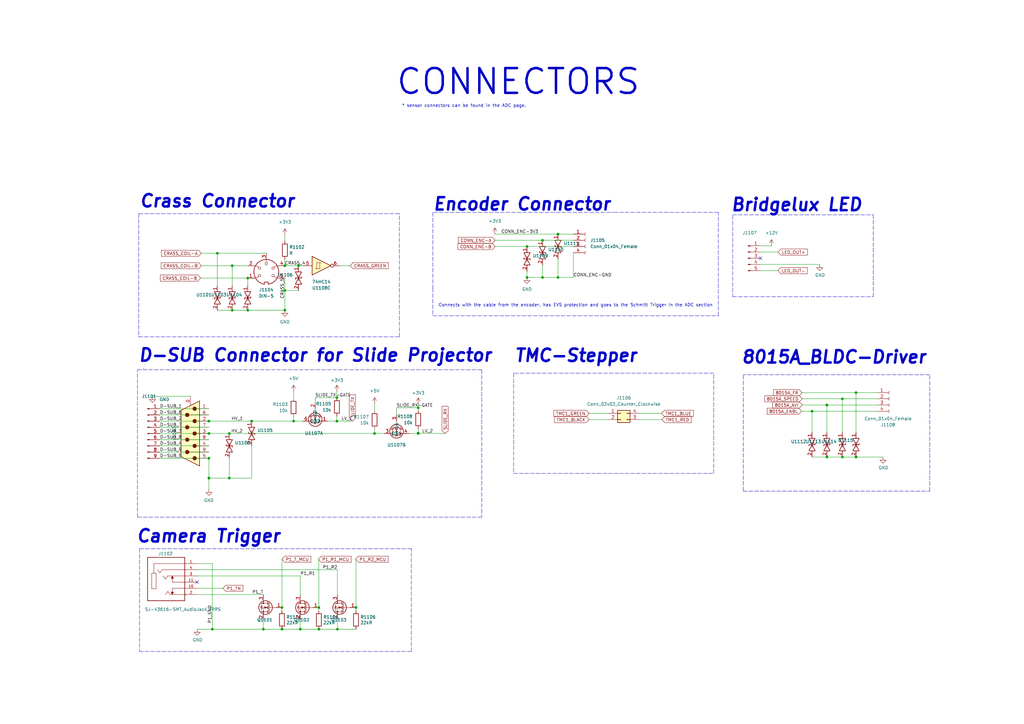
<source format=kicad_sch>
(kicad_sch (version 20211123) (generator eeschema)
  (paper "A3")
  (title_block (title "OpenCelluloid") (date "2023-02-16") (rev "v0.1"))
  (lib_symbols
    (symbol "74xx:74HC14" (pin_names (offset 1.016))
      (property "Reference" "U" (at 0 1.27 0))
      (property "Value" "74HC14" (at 0 -1.27 0))
      (symbol "74HC14_1_0"
        (pin input line (at -7.62 0 0) (length 3.81) (name "~") (number "1"))
        (pin output inverted (at 7.62 0 180) (length 3.81) (name "~") (number "2"))
      )
      (symbol "74HC14_2_0"
        (pin input line (at -7.62 0 0) (length 3.81) (name "~") (number "3"))
        (pin output inverted (at 7.62 0 180) (length 3.81) (name "~") (number "4"))
      )
      (symbol "74HC14_3_0"
        (pin input line (at -7.62 0 0) (length 3.81) (name "~") (number "5"))
        (pin output inverted (at 7.62 0 180) (length 3.81) (name "~") (number "6"))
      )
      (symbol "74HC14_4_0"
        (pin output inverted (at 7.62 0 180) (length 3.81) (name "~") (number "8"))
        (pin input line (at -7.62 0 0) (length 3.81) (name "~") (number "9"))
      )
      (symbol "74HC14_5_0"
        (pin output inverted (at 7.62 0 180) (length 3.81) (name "~") (number "10"))
        (pin input line (at -7.62 0 0) (length 3.81) (name "~") (number "11"))
      )
      (symbol "74HC14_6_0"
        (pin output inverted (at 7.62 0 180) (length 3.81) (name "~") (number "12"))
        (pin input line (at -7.62 0 0) (length 3.81) (name "~") (number "13"))
      )
      (symbol "74HC14_7_0"
        (pin power_in line (at 0 12.7 270) (length 5.08) (name "VCC") (number "14"))
        (pin power_in line (at 0 -12.7 90) (length 5.08) (name "GND") (number "7"))
      )
    )
    (symbol "BSS138DW_MOSFET_ARRAY_MULTIPLE_UNITS_1"
      (property "Reference" "U" (at 0 -1.27 0))
      (property "Value" "BSS138DW_MOSFET_ARRAY_MULTIPLE_UNITS_1" (at 0 13.335 0))
      (symbol "BSS138DW_MOSFET_ARRAY_MULTIPLE_UNITS_1_1_1"
        (pin passive line (at 0.635 -5.715 90) (length 2.54) (name "S2") (number "1"))
        (pin input line (at -6.985 -0.635 0) (length 2.54) (name "G2") (number "2"))
        (pin passive line (at 0.635 4.445 270) (length 2.54) (name "D2") (number "6"))
      )
      (symbol "BSS138DW_MOSFET_ARRAY_MULTIPLE_UNITS_1_2_1"
        (pin passive line (at 0.635 5.08 270) (length 2.54) (name "D1") (number "3"))
        (pin passive line (at 0.635 -5.08 90) (length 2.54) (name "S1") (number "4"))
        (pin input line (at -6.985 0 0) (length 2.54) (name "G1") (number "5"))
      )
    )
    (symbol "Connector:Conn_01x04_Female" (pin_names (offset 1.016) hide)
      (property "Reference" "J" (at 0 5.08 0))
      (property "Value" "Conn_01x04_Female" (at 0 -7.62 0))
      (symbol "Conn_01x04_Female_1_1"
        (pin passive line (at -5.08 2.54 0) (length 3.81) (name "Pin_1") (number "1"))
        (pin passive line (at -5.08 0 0) (length 3.81) (name "Pin_2") (number "2"))
        (pin passive line (at -5.08 -2.54 0) (length 3.81) (name "Pin_3") (number "3"))
        (pin passive line (at -5.08 -5.08 0) (length 3.81) (name "Pin_4") (number "4"))
      )
    )
    (symbol "Connector:Conn_01x05_Male" (pin_names (offset 1.016) hide)
      (property "Reference" "J" (at 0 7.62 0))
      (property "Value" "Conn_01x05_Male" (at 0 -7.62 0))
      (symbol "Conn_01x05_Male_1_1"
        (pin passive line (at 5.08 5.08 180) (length 3.81) (name "Pin_1") (number "1"))
        (pin passive line (at 5.08 2.54 180) (length 3.81) (name "Pin_2") (number "2"))
        (pin passive line (at 5.08 0 180) (length 3.81) (name "Pin_3") (number "3"))
        (pin passive line (at 5.08 -2.54 180) (length 3.81) (name "Pin_4") (number "4"))
        (pin passive line (at 5.08 -5.08 180) (length 3.81) (name "Pin_5") (number "5"))
      )
    )
    (symbol "Connector:Conn_01x09_Male" (pin_names (offset 1.016) hide)
      (property "Reference" "J" (at 0 12.7 0))
      (property "Value" "Conn_01x09_Male" (at 0 -12.7 0))
      (symbol "Conn_01x09_Male_1_1"
        (pin passive line (at 5.08 10.16 180) (length 3.81) (name "Pin_1") (number "1"))
        (pin passive line (at 5.08 7.62 180) (length 3.81) (name "Pin_2") (number "2"))
        (pin passive line (at 5.08 5.08 180) (length 3.81) (name "Pin_3") (number "3"))
        (pin passive line (at 5.08 2.54 180) (length 3.81) (name "Pin_4") (number "4"))
        (pin passive line (at 5.08 0 180) (length 3.81) (name "Pin_5") (number "5"))
        (pin passive line (at 5.08 -2.54 180) (length 3.81) (name "Pin_6") (number "6"))
        (pin passive line (at 5.08 -5.08 180) (length 3.81) (name "Pin_7") (number "7"))
        (pin passive line (at 5.08 -7.62 180) (length 3.81) (name "Pin_8") (number "8"))
        (pin passive line (at 5.08 -10.16 180) (length 3.81) (name "Pin_9") (number "9"))
      )
    )
    (symbol "Connector:DB9_Male_MountingHoles" (pin_names (offset 1.016) hide)
      (property "Reference" "J" (at 0 16.51 0))
      (property "Value" "DB9_Male_MountingHoles" (at 0 14.605 0))
      (symbol "DB9_Male_MountingHoles_1_1"
        (pin passive line (at 0 -15.24 90) (length 3.81) (name "PAD") (number "0"))
        (pin passive line (at -7.62 -10.16 0) (length 3.81) (name "1") (number "1"))
        (pin passive line (at -7.62 -5.08 0) (length 3.81) (name "2") (number "2"))
        (pin passive line (at -7.62 0 0) (length 3.81) (name "3") (number "3"))
        (pin passive line (at -7.62 5.08 0) (length 3.81) (name "4") (number "4"))
        (pin passive line (at -7.62 10.16 0) (length 3.81) (name "5") (number "5"))
        (pin passive line (at -7.62 -7.62 0) (length 3.81) (name "6") (number "6"))
        (pin passive line (at -7.62 -2.54 0) (length 3.81) (name "7") (number "7"))
        (pin passive line (at -7.62 2.54 0) (length 3.81) (name "8") (number "8"))
        (pin passive line (at -7.62 7.62 0) (length 3.81) (name "9") (number "9"))
      )
    )
    (symbol "Connector:DIN-5" (pin_names (offset 1.016))
      (property "Reference" "J" (at 3.175 5.715 0))
      (property "Value" "DIN-5" (at 0 -6.35 0))
      (symbol "DIN-5_1_1"
        (pin passive line (at -7.62 -2.54 0) (length 2.54) (name "~") (number "1"))
        (pin passive line (at -7.62 2.54 0) (length 2.54) (name "~") (number "2"))
        (pin passive line (at 0 7.62 270) (length 2.54) (name "~") (number "3"))
        (pin passive line (at 7.62 2.54 180) (length 2.54) (name "~") (number "4"))
        (pin passive line (at 7.62 -2.54 180) (length 2.54) (name "~") (number "5"))
      )
    )
    (symbol "Connector_Generic:Conn_02x02_Counter_Clockwise" (pin_names (offset 1.016) hide)
      (property "Reference" "J" (at 1.27 2.54 0))
      (property "Value" "Conn_02x02_Counter_Clockwise" (at 1.27 -5.08 0))
      (symbol "Conn_02x02_Counter_Clockwise_1_1"
        (pin passive line (at -5.08 0 0) (length 3.81) (name "Pin_1") (number "1"))
        (pin passive line (at -5.08 -2.54 0) (length 3.81) (name "Pin_2") (number "2"))
        (pin passive line (at 7.62 -2.54 180) (length 3.81) (name "Pin_3") (number "3"))
        (pin passive line (at 7.62 0 180) (length 3.81) (name "Pin_4") (number "4"))
      )
    )
    (symbol "Device:Q_NMOS_GSD" (pin_names (offset 0) hide)
      (property "Reference" "Q" (at 5.08 1.27 0))
      (property "Value" "Q_NMOS_GSD" (at 5.08 -1.27 0))
      (symbol "Q_NMOS_GSD_1_1"
        (pin input line (at -5.08 0 0) (length 2.54) (name "G") (number "1"))
        (pin passive line (at 2.54 -5.08 90) (length 2.54) (name "S") (number "2"))
        (pin passive line (at 2.54 5.08 270) (length 2.54) (name "D") (number "3"))
      )
    )
    (symbol "Device:R" (pin_numbers hide) (pin_names (offset 0))
      (property "Reference" "R" (at 2.032 0 90))
      (property "Value" "R" (at 0 0 90))
      (symbol "R_1_1"
        (pin passive line (at 0 3.81 270) (length 1.27) (name "~") (number "1"))
        (pin passive line (at 0 -3.81 90) (length 1.27) (name "~") (number "2"))
      )
    )
    (symbol "power:+12V" (power) (pin_names (offset 0))
      (property "Value" "+12V" (at 0 3.556 0))
      (symbol "+12V_1_1"
        (pin power_in line (at 0 0 90) (length 0) hide (name "+12V") (number "1"))
      )
    )
    (symbol "power:+3V3" (power) (pin_names (offset 0))
      (property "Value" "+3V3" (at 0 3.556 0))
      (symbol "+3V3_1_1"
        (pin power_in line (at 0 0 90) (length 0) hide (name "+3V3") (number "1"))
      )
    )
    (symbol "power:+5V" (power) (pin_names (offset 0))
      (property "Value" "+5V" (at 0 3.556 0))
      (symbol "+5V_1_1"
        (pin power_in line (at 0 0 90) (length 0) hide (name "+5V") (number "1"))
      )
    )
    (symbol "power:GND" (power) (pin_names (offset 0))
      (property "Value" "GND" (at 0 -3.81 0))
      (symbol "GND_1_1"
        (pin power_in line (at 0 0 270) (length 0) hide (name "GND") (number "1"))
      )
    )
    (symbol "privateParts:BSS138DW_MOSFET_ARRAY_MULTIPLE_UNITS"
      (property "Reference" "U" (at 0 -0.635 0))
      (property "Value" "BSS138DW_MOSFET_ARRAY_MULTIPLE_UNITS" (at 0 13.335 0))
      (symbol "BSS138DW_MOSFET_ARRAY_MULTIPLE_UNITS_1_1"
        (pin passive line (at 0.635 -5.715 90) (length 2.54) (name "S2") (number "1"))
        (pin input line (at -6.985 -0.635 0) (length 2.54) (name "G2") (number "2"))
        (pin passive line (at 0.635 4.445 270) (length 2.54) (name "D2") (number "6"))
      )
      (symbol "BSS138DW_MOSFET_ARRAY_MULTIPLE_UNITS_2_1"
        (pin passive line (at 0.635 5.08 270) (length 2.54) (name "D1") (number "3"))
        (pin passive line (at 0.635 -5.08 90) (length 2.54) (name "S1") (number "4"))
        (pin input line (at -6.985 0 0) (length 2.54) (name "G1") (number "5"))
      )
    )
    (symbol "privateParts:PESD3V3L1BA-Bidirectional_Diode"
      (property "Reference" "U" (at 0 -5.08 0))
      (property "Value" "PESD3V3L1BA-Bidirectional_Diode" (at 0 -7.62 0))
      (symbol "PESD3V3L1BA-Bidirectional_Diode_1_1"
        (pin passive line (at -5.08 0 0) (length 2.54) (name "") (number "1"))
        (pin passive line (at 5.08 0 180) (length 2.54) (name "") (number "2"))
      )
    )
    (symbol "privateParts:SJ-43616-SMT_AudioJack_TRRS" (pin_names (offset 1.016))
      (property "Reference" "J" (at -7.6273 10.6783 0))
      (property "Value" "SJ-43616-SMT_AudioJack_TRRS" (at -7.6238 -9.6568 0))
      (symbol "SJ-43616-SMT_AudioJack_TRRS_0_0"
        (pin passive line (at 12.7 7.62 180) (length 5.08) (name "~") (number "1"))
        (pin passive line (at 12.7 -2.54 180) (length 5.08) (name "~") (number "10"))
        (pin passive line (at 12.7 0 180) (length 5.08) (name "~") (number "11"))
        (pin passive line (at 12.7 -5.08 180) (length 5.08) (name "~") (number "2"))
        (pin passive line (at 12.7 2.54 180) (length 5.08) (name "~") (number "3"))
        (pin passive line (at 12.7 5.08 180) (length 5.08) (name "~") (number "4"))
      )
    )
  )
  (junction (at 116.84 119.126))
  (junction (at 216.154 101.092))
  (junction (at 120.396 172.7156))
  (junction (at 101.6 127.254))
  (junction (at 115.6494 258.064))
  (junction (at 87.122 258.064))
  (junction (at 345.5033 187.452))
  (junction (at 171.53 177.6686))
  (junction (at 130.7763 249.174))
  (junction (at 351.0913 161.036))
  (junction (at 116.84 127.2087))
  (junction (at 116.84 108.966))
  (junction (at 333.0573 168.656))
  (junction (at 95.25 127.254))
  (junction (at 85.6792 177.7956))
  (junction (at 138.3963 258.064))
  (junction (at 89.154 103.886))
  (junction (at 108.0294 258.064))
  (junction (at 339.1533 187.452))
  (junction (at 171.5312 177.6686))
  (junction (at 216.154 113.792))
  (junction (at 85.6792 172.7156))
  (junction (at 339.1533 166.116))
  (junction (at 228.854 113.792))
  (junction (at 85.6792 187.9556))
  (junction (at 94.0612 196.0837))
  (junction (at 171.53 177.7956))
  (junction (at 130.7763 258.064))
  (junction (at 138.176 172.7156))
  (junction (at 222.504 98.552))
  (junction (at 228.854 96.012))
  (junction (at 94.0612 177.7956))
  (junction (at 153.6293 177.7956))
  (junction (at 222.504 113.792))
  (junction (at 115.6494 249.174))
  (junction (at 103.2052 172.7156))
  (junction (at 351.0913 187.452))
  (junction (at 122.428 108.966))
  (junction (at 345.5033 163.576))
  (junction (at 171.5312 167.2597))
  (junction (at 146.0163 249.174))
  (junction (at 85.6792 196.0837))
  (junction (at 101.6 114.046))
  (junction (at 95.25 108.966))
  (junction (at 123.1563 258.064))
  (junction (at 138.176 163.0828))
  (no_connect (at 80.8514 238.76))
  (no_connect (at 311.912 105.918))
  (wire (pts (xy 339.1533 187.452) (xy 345.5033 187.452)))
  (wire (pts (xy 65.5668 172.7156) (xy 85.6792 172.7156)))
  (wire (pts (xy 116.84 96.3687) (xy 116.84 98.806)))
  (wire (pts (xy 262.2092 172.0806) (xy 271.521 172.0806)))
  (wire (pts (xy 120.396 170.9376) (xy 120.396 172.7156)))
  (wire (pts (xy 241.6352 172.0806) (xy 249.5092 172.0806)))
  (wire (pts (xy 262.2092 169.5406) (xy 271.3532 169.5406)))
  (wire (pts (xy 123.1563 258.064) (xy 130.7763 258.064)))
  (wire (pts (xy 146.0163 229.362) (xy 146.0163 249.174)))
  (wire (pts (xy 80.8514 243.84) (xy 108.0294 243.84)))
  (polyline (pts (xy 381.3173 201.422) (xy 381.3173 153.67)))
  (wire (pts (xy 130.7763 258.064) (xy 138.3963 258.064)))
  (polyline (pts (xy 294.64 129.54) (xy 294.64 87.122)))
  (wire (pts (xy 80.8514 236.22) (xy 123.1563 236.22)))
  (wire (pts (xy 122.428 108.966) (xy 124.206 108.966)))
  (polyline (pts (xy 292.6892 153.0306) (xy 210.6472 153.0306)))
  (polyline (pts (xy 57.2294 267.208) (xy 168.7354 267.208)))
  (wire (pts (xy 171.5312 165.7306) (xy 171.5312 167.2597)))
  (wire (pts (xy 80.8514 233.68) (xy 138.3963 233.68)))
  (wire (pts (xy 216.154 113.792) (xy 222.504 113.792)))
  (wire (pts (xy 339.1533 166.116) (xy 339.1533 177.292)))
  (wire (pts (xy 65.5668 170.1756) (xy 85.6792 170.1756)))
  (wire (pts (xy 94.0612 187.9556) (xy 94.0612 196.0837)))
  (wire (pts (xy 345.5033 187.452) (xy 351.0913 187.452)))
  (wire (pts (xy 216.154 101.092) (xy 235.204 101.092)))
  (wire (pts (xy 162.6412 170.1756) (xy 162.6412 167.2597)))
  (wire (pts (xy 235.204 113.792) (xy 235.204 103.632)))
  (wire (pts (xy 115.6494 250.444) (xy 115.6494 249.174)))
  (wire (pts (xy 94.0612 196.0837) (xy 103.2052 196.0837)))
  (wire (pts (xy 345.5033 163.576) (xy 328.9933 163.576)))
  (wire (pts (xy 89.154 127.254) (xy 95.25 127.254)))
  (wire (pts (xy 216.154 111.252) (xy 216.154 113.792)))
  (polyline (pts (xy 163.83 87.63) (xy 56.896 87.63)))
  (wire (pts (xy 80.8514 241.3) (xy 91.4563 241.3)))
  (wire (pts (xy 171.5312 175.8906) (xy 171.5312 177.6686)))
  (polyline (pts (xy 168.7354 267.208) (xy 168.7354 225.044)))
  (polyline (pts (xy 59.0092 151.2526) (xy 59.0092 150.9986)))
  (polyline (pts (xy 177.546 118.11) (xy 177.546 129.54)))
  (wire (pts (xy 222.504 113.792) (xy 228.854 113.792)))
  (wire (pts (xy 95.25 108.966) (xy 101.6 108.966)))
  (polyline (pts (xy 358.14 121.666) (xy 358.14 88.138)))
  (wire (pts (xy 82.6053 108.966) (xy 95.25 108.966)))
  (polyline (pts (xy 56.896 138.176) (xy 163.83 138.176)))
  (wire (pts (xy 138.176 172.7156) (xy 138.176 170.7028)))
  (wire (pts (xy 138.3963 254.254) (xy 138.3963 258.064)))
  (polyline (pts (xy 210.6472 153.0306) (xy 210.6472 194.1786)))
  (wire (pts (xy 116.84 106.426) (xy 116.84 108.966)))
  (wire (pts (xy 333.0573 168.656) (xy 328.7393 168.656)))
  (wire (pts (xy 333.0573 177.292) (xy 333.0573 168.656)))
  (wire (pts (xy 80.8514 231.14) (xy 87.122 231.14)))
  (wire (pts (xy 85.6792 196.0837) (xy 85.6792 200.692)))
  (wire (pts (xy 85.6792 187.9556) (xy 85.6792 196.0837)))
  (wire (pts (xy 65.5668 177.7956) (xy 85.6792 177.7956)))
  (polyline (pts (xy 56.388 212.09) (xy 56.388 151.638)))
  (wire (pts (xy 116.84 114.046) (xy 116.84 119.126)))
  (wire (pts (xy 228.854 96.012) (xy 235.204 96.012)))
  (wire (pts (xy 222.504 98.552) (xy 235.204 98.552)))
  (wire (pts (xy 65.5668 180.3356) (xy 85.6792 180.3356)))
  (wire (pts (xy 153.6293 177.7956) (xy 157.5612 177.7956)))
  (wire (pts (xy 108.0294 243.84) (xy 108.0294 244.094)))
  (wire (pts (xy 162.6412 167.2597) (xy 171.5312 167.2597)))
  (wire (pts (xy 222.504 108.712) (xy 222.504 113.792)))
  (polyline (pts (xy 56.896 87.63) (xy 56.896 138.176)))
  (wire (pts (xy 115.6494 229.362) (xy 115.6494 249.174)))
  (wire (pts (xy 153.6293 165.608) (xy 153.6293 168.3976)))
  (wire (pts (xy 65.5668 187.9556) (xy 85.6792 187.9556)))
  (wire (pts (xy 62.5652 162.5556) (xy 78.0592 162.5556)))
  (wire (pts (xy 108.0294 254.254) (xy 108.0294 258.064)))
  (wire (pts (xy 202.9623 96.012) (xy 228.854 96.012)))
  (polyline (pts (xy 177.8 87.122) (xy 251.46 87.122)))
  (polyline (pts (xy 197.612 212.09) (xy 56.388 212.09)))
  (wire (pts (xy 108.0294 258.064) (xy 115.6494 258.064)))
  (wire (pts (xy 95.25 108.966) (xy 95.25 117.094)))
  (wire (pts (xy 139.446 108.966) (xy 143.6869 108.966)))
  (polyline (pts (xy 381.3173 153.67) (xy 304.8633 153.67)))
  (wire (pts (xy 311.912 103.378) (xy 319.1464 103.378)))
  (wire (pts (xy 123.1563 254.254) (xy 123.1563 258.064)))
  (wire (pts (xy 130.7763 229.362) (xy 130.6354 229.362)))
  (wire (pts (xy 101.6 114.046) (xy 82.2879 114.046)))
  (wire (pts (xy 311.912 100.838) (xy 316.4081 100.838)))
  (wire (pts (xy 339.1533 166.116) (xy 328.9933 166.116)))
  (wire (pts (xy 203.0552 98.552) (xy 222.504 98.552)))
  (wire (pts (xy 333.0573 168.656) (xy 359.7808 168.656)))
  (wire (pts (xy 171.5312 167.2597) (xy 171.5312 168.2706)))
  (polyline (pts (xy 163.83 138.176) (xy 163.83 87.63)))
  (wire (pts (xy 203.0552 101.092) (xy 216.154 101.092)))
  (wire (pts (xy 116.84 119.126) (xy 122.428 119.126)))
  (wire (pts (xy 167.7212 177.7956) (xy 171.53 177.7956)))
  (wire (pts (xy 65.5668 175.2556) (xy 85.6792 175.2556)))
  (wire (pts (xy 351.0913 187.452) (xy 362.1713 187.452)))
  (wire (pts (xy 124.206 172.7156) (xy 120.396 172.7156)))
  (wire (pts (xy 95.25 127.254) (xy 101.6 127.254)))
  (wire (pts (xy 351.0913 161.036) (xy 359.7808 161.036)))
  (wire (pts (xy 138.176 160.5236) (xy 138.176 163.0828)))
  (wire (pts (xy 103.2052 172.7156) (xy 120.396 172.7156)))
  (wire (pts (xy 85.6792 177.7956) (xy 94.0612 177.7956)))
  (wire (pts (xy 130.7763 229.362) (xy 130.7763 249.174)))
  (wire (pts (xy 345.5033 177.292) (xy 345.5033 163.576)))
  (wire (pts (xy 130.7763 249.174) (xy 130.7763 250.444)))
  (wire (pts (xy 351.0913 177.292) (xy 351.0913 161.036)))
  (polyline (pts (xy 300.482 121.666) (xy 358.14 121.666)))
  (wire (pts (xy 134.366 172.7156) (xy 138.176 172.7156)))
  (wire (pts (xy 138.3963 233.68) (xy 138.3963 244.094)))
  (polyline (pts (xy 177.546 129.54) (xy 294.64 129.54)))
  (wire (pts (xy 153.6293 176.0176) (xy 153.6293 177.7956)))
  (wire (pts (xy 115.6494 258.064) (xy 123.1563 258.064)))
  (polyline (pts (xy 300.482 88.392) (xy 300.482 121.666)))
  (wire (pts (xy 89.154 103.886) (xy 109.22 103.886)))
  (wire (pts (xy 171.5312 177.6686) (xy 171.53 177.6686)))
  (wire (pts (xy 311.912 108.458) (xy 336.2114 108.458)))
  (polyline (pts (xy 197.612 151.638) (xy 197.612 212.09)))
  (wire (pts (xy 65.5668 182.8756) (xy 85.6792 182.8756)))
  (wire (pts (xy 116.84 108.966) (xy 122.428 108.966)))
  (wire (pts (xy 146.0163 249.174) (xy 146.0163 250.444)))
  (wire (pts (xy 228.854 113.792) (xy 228.854 106.172)))
  (wire (pts (xy 146.0163 229.362) (xy 145.8754 229.362)))
  (wire (pts (xy 144.526 172.7156) (xy 138.176 172.7156)))
  (wire (pts (xy 85.6792 172.7156) (xy 103.2052 172.7156)))
  (wire (pts (xy 129.286 163.0828) (xy 138.176 163.0828)))
  (wire (pts (xy 65.5668 167.6356) (xy 85.6792 167.6356)))
  (polyline (pts (xy 304.8633 153.924) (xy 304.8633 201.422)))
  (polyline (pts (xy 304.8633 201.422) (xy 381.3173 201.422)))
  (wire (pts (xy 65.5668 185.4156) (xy 85.6792 185.4156)))
  (wire (pts (xy 89.154 103.886) (xy 82.56 103.886)))
  (wire (pts (xy 351.0913 161.036) (xy 328.93 161.036)))
  (wire (pts (xy 123.1563 236.22) (xy 123.1563 244.094)))
  (wire (pts (xy 116.84 127.254) (xy 116.84 127.2087)))
  (wire (pts (xy 138.3963 258.064) (xy 146.0163 258.064)))
  (wire (pts (xy 339.1533 166.116) (xy 359.7808 166.116)))
  (polyline (pts (xy 57.2294 225.044) (xy 57.2294 267.208)))
  (wire (pts (xy 80.8641 258.064) (xy 87.122 258.064)))
  (polyline (pts (xy 294.64 87.122) (xy 250.952 87.122)))
  (wire (pts (xy 171.53 177.7956) (xy 182.5553 177.7956)))
  (polyline (pts (xy 56.388 151.638) (xy 197.612 151.638)))
  (wire (pts (xy 94.0612 177.7956) (xy 153.6293 177.7956)))
  (wire (pts (xy 129.286 165.0956) (xy 129.286 163.0828)))
  (polyline (pts (xy 300.482 88.138) (xy 358.14 88.138)))
  (wire (pts (xy 87.122 231.14) (xy 87.122 258.064)))
  (wire (pts (xy 101.6 127.254) (xy 116.84 127.254)))
  (wire (pts (xy 345.5033 163.576) (xy 359.7808 163.576)))
  (wire (pts (xy 89.154 103.886) (xy 89.154 117.094)))
  (wire (pts (xy 311.912 110.998) (xy 319.0805 110.998)))
  (polyline (pts (xy 292.6892 194.1786) (xy 292.6892 153.0306)))
  (wire (pts (xy 228.854 113.792) (xy 235.204 113.792)))
  (wire (pts (xy 333.0573 187.452) (xy 339.1533 187.452)))
  (wire (pts (xy 101.6 114.046) (xy 101.6 117.094)))
  (wire (pts (xy 241.6352 169.5406) (xy 249.5092 169.5406)))
  (wire (pts (xy 85.6792 196.0837) (xy 94.0612 196.0837)))
  (polyline (pts (xy 168.7354 225.044) (xy 57.2294 225.044)))
  (wire (pts (xy 120.396 160.528) (xy 120.396 163.3176)))
  (wire (pts (xy 116.84 119.126) (xy 116.84 127.2087)))
  (wire (pts (xy 103.2052 182.8756) (xy 103.2052 196.0837)))
  (polyline (pts (xy 177.546 87.122) (xy 177.546 118.11)))
  (wire (pts (xy 87.122 258.064) (xy 108.0294 258.064)))
  (wire (pts (xy 171.53 177.6686) (xy 171.53 177.7956)))
  (polyline (pts (xy 210.6472 194.1786) (xy 292.6892 194.1786)))
  (text "Encoder Connector" (at 177.292 86.868 0) (effects (font (size 5.08 5.08) (thickness 1.016) bold italic) (justify left bottom)))
  (text "Bridgelux LED" (at 299.466 87.122 0) (effects (font (size 5.08 5.08) (thickness 1.016) bold italic) (justify left bottom)))
  (text "Crass Connector" (at 56.896 85.598 0) (effects (font (size 5.08 5.08) (thickness 1.016) bold italic) (justify left bottom)))
  (text "D-SUB Connector for Slide Projector\n" (at 56.4692 148.8396 0) (effects (font (size 5.08 5.08) (thickness 1.016) bold italic) (justify left bottom)))
  (text "* sensor connectors can be found in the ADC page." (at 164.846 44.196 0) (effects (font (size 1.27 1.27)) (justify left bottom)))
  (text "Connects with the cable from the encoder, has EVS protection and goes to the Schmitt Trigger in the ADC section" (at 179.832 125.984 0) (effects (font (size 1.27 1.27)) (justify left bottom)))
  (text "8015A_BLDC-Driver\n" (at 303.784 149.606 0) (effects (font (size 5.08 5.08) (thickness 1.016) bold italic) (justify left bottom)))
  (text "CONNECTORS\n" (at 162.052 39.624 0) (effects (font (size 10.16 10.16) (thickness 1.016) bold) (justify left bottom)))
  (text "TMC-Stepper" (at 210.6472 148.9666 0) (effects (font (size 5.08 5.08) (thickness 1.016) bold italic) (justify left bottom)))
  (text "Camera Trigger" (at 55.626 223.012 0) (effects (font (size 5.08 5.08) (thickness 1.016) bold italic) (justify left bottom)))
  (label "D-SUB_7" (at 65.5668 175.2556 0))
  (label "CRASS_4" (at 116.84 108.966 0))
  (label "D-SUB_5" (at 65.5668 187.9556 0))
  (label "D-SUB_9" (at 65.5668 185.4156 0))
  (label "D-SUB_8" (at 65.5668 180.3356 0))
  (label "SLIDE_TX-GATE" (at 129.286 163.0828 0))
  (label "LV_2" (at 173.0872 177.7956 0))
  (label "CONN_ENC-GND" (at 235.204 113.792 0))
  (label "D-SUB_1" (at 65.5668 167.6356 0))
  (label "P1_T" (at 108.0294 243.84 180))
  (label "P1_R1" (at 123.1563 236.22 0))
  (label "HV_1" (at 99.7032 172.7156 180))
  (label "P1_GND" (at 87.122 255.6479 90))
  (label "D-SUB_3" (at 65.5668 177.7956 0))
  (label "CONN_ENC-3V3" (at 205.5543 96.012 0))
  (label "HV_2" (at 99.5746 177.7956 180))
  (label "LV_1" (at 144.526 172.7156 180))
  (label "SLIDE_RX-GATE" (at 162.6412 167.2597 0))
  (label "D-SUB_2" (at 65.5668 172.7156 0))
  (label "CRASS_5" (at 116.84 114.046 270))
  (label "D-SUB_4" (at 65.5668 182.8756 0))
  (label "P1_R2" (at 138.3963 233.68 180))
  (label "D-SUB_6" (at 65.5668 170.1756 0))
  (global_label "8015A_SPEED" (shape input) (at 328.9933 163.576 180) (property "Intersheet References" "${INTERSHEET_REFS}" (effects hide)))
  (global_label "P1_R2_MCU" (shape input) (at 145.8754 229.362 0) (property "Intersheet References" "${INTERSHEET_REFS}" (effects hide)))
  (global_label "CRASS_COIL-B" (shape input) (at 82.6053 108.966 180) (property "Intersheet References" "${INTERSHEET_REFS}" (effects hide)))
  (global_label "LED_OUT-" (shape input) (at 319.0805 110.998 0) (property "Intersheet References" "${INTERSHEET_REFS}" (effects hide)))
  (global_label "P1_R1_MCU" (shape input) (at 130.6354 229.362 0) (property "Intersheet References" "${INTERSHEET_REFS}" (effects hide)))
  (global_label "CONN_ENC-A" (shape input) (at 203.0552 98.552 180) (property "Intersheet References" "${INTERSHEET_REFS}" (effects hide)))
  (global_label "TMC1_RED" (shape input) (at 271.521 172.0806 0) (property "Intersheet References" "${INTERSHEET_REFS}" (effects hide)))
  (global_label "TMC1_BLACK" (shape input) (at 241.6352 172.0806 180) (property "Intersheet References" "${INTERSHEET_REFS}" (effects hide)))
  (global_label "CRASS_COIL-A" (shape input) (at 82.56 103.886 180) (property "Intersheet References" "${INTERSHEET_REFS}" (effects hide)))
  (global_label "SLIDE_TX" (shape input) (at 144.526 172.7156 90) (property "Intersheet References" "${INTERSHEET_REFS}" (effects hide)))
  (global_label "SLIDE_RX" (shape input) (at 182.5553 177.7956 90) (property "Intersheet References" "${INTERSHEET_REFS}" (effects hide)))
  (global_label "TMC1_BLUE" (shape input) (at 271.3532 169.5406 0) (property "Intersheet References" "${INTERSHEET_REFS}" (effects hide)))
  (global_label "P1_TN" (shape input) (at 91.4563 241.3 0) (property "Intersheet References" "${INTERSHEET_REFS}" (effects hide)))
  (global_label "CONN_ENC-B" (shape input) (at 203.0552 101.092 180) (property "Intersheet References" "${INTERSHEET_REFS}" (effects hide)))
  (global_label "8015A_AVI" (shape input) (at 328.9933 166.116 180) (property "Intersheet References" "${INTERSHEET_REFS}" (effects hide)))
  (global_label "LED_OUT+" (shape input) (at 319.1464 103.378 0) (property "Intersheet References" "${INTERSHEET_REFS}" (effects hide)))
  (global_label "P1_T_MCU" (shape input) (at 115.6494 229.362 0) (property "Intersheet References" "${INTERSHEET_REFS}" (effects hide)))
  (global_label "CRASS_GREEN" (shape input) (at 143.6869 108.966 0) (property "Intersheet References" "${INTERSHEET_REFS}" (effects hide)))
  (global_label "TMC1_GREEN" (shape input) (at 241.6352 169.5406 180) (property "Intersheet References" "${INTERSHEET_REFS}" (effects hide)))
  (global_label "8015A_ENBL" (shape input) (at 328.7393 168.656 180) (property "Intersheet References" "${INTERSHEET_REFS}" (effects hide)))
  (global_label "8015A_FR" (shape input) (at 328.93 161.036 180) (property "Intersheet References" "${INTERSHEET_REFS}" (effects hide)))
  (global_label "CRASS_COIL-B" (shape input) (at 82.2879 114.046 180) (property "Intersheet References" "${INTERSHEET_REFS}" (effects hide)))
  (symbol (lib_id "Device:Q_NMOS_GSD") (at 140.9363 249.174 0) (mirror y) (unit 1)
    (property "Reference" "Q1103" (at 142.2063 254.254 0) (effects (justify left)))
    (property "Value" "Q_NMOS" (effects hide))
    (property "Footprint" "Package_TO_SOT_SMD:SOT-23" (effects hide))
    (property "Datasheet" "https://www.onsemi.com/pdf/datasheet/2n7002l-d.pdf" (effects hide))
    (property "Manufacturer_PN" "2N7002LT1G" (effects hide))
    (property "Digi-Key_PN" "2N7002LT1GOSCT-ND" (effects hide))
  )
  (symbol (lib_id "privateParts:PESD3V3L1BA-Bidirectional_Diode") (at 228.854 101.092 270) (unit 1)
    (property "Reference" "U1111" (at 231.1654 99.8219 90) (effects (justify left)))
    (property "Value" "PESD3V3L1BA-Bidirectional_Diode" (effects hide))
    (property "Footprint" "Diode_SMD:D_SOD-323" (effects hide))
    (property "Datasheet" "https://assets.nexperia.com/documents/data-sheet/PESDXL1BA_SER.pdf" (effects hide))
    (property "Manufacturer_PN" "PESD3V3L1BA,115" (effects hide))
    (property "Digi-Key_PN" "1727-3825-1-ND" (effects hide))
  )
  (symbol (lib_id "privateParts:BSS138DW_MOSFET_ARRAY_MULTIPLE_UNITS") (at 162.6412 177.1606 90) (mirror x) (unit 2)
    (property "Reference" "U1107" (at 162.6412 182.4946 90))
    (property "Value" "BSS138DW_MOSFET_ARRAY_MULTIPLE_UNITS" (effects hide))
    (property "Footprint" "Package_TO_SOT_SMD:SOT-363_SC-70-6_Handsoldering" (effects hide))
    (property "Datasheet" "https://www.diodes.com/assets/Datasheets/ds30203.pdf" (effects hide))
    (property "Digi-Key_PN" "BSS138DW-FDICT-ND" (effects hide))
    (property "Manufacturer_PN" "BSS138DW-7-F" (effects hide))
  )
  (symbol (lib_id "power:+12V") (at 316.4081 100.838 0) (unit 1)
    (property "Reference" "#PWR01112" (effects hide))
    (property "Value" "+12V" (at 316.4081 95.504 0))
  )
  (symbol (lib_id "Device:R") (at 138.176 166.8928 0) (mirror y) (unit 1)
    (property "Reference" "R1105" (at 135.89 165.6227 0) (effects (justify left)))
    (property "Value" "10k" (at 135.89 168.1627 0) (effects (justify left)))
    (property "Footprint" "Resistor_SMD:R_1206_3216Metric_Pad1.30x1.75mm_HandSolder" (effects hide))
    (property "Digi-Key_PN" "TNP10.0KACCT-ND" (effects hide))
    (property "Manufacturer_PN" "TNPW120610K0BEEA" (effects hide))
  )
  (symbol (lib_id "Connector:Conn_01x04_Female") (at 240.284 98.552 0) (unit 1)
    (property "Reference" "J1105" (at 242.062 98.5519 0) (effects (justify left)))
    (property "Value" "Conn_01x04_Female" (at 242.062 101.0919 0) (effects (justify left)))
    (property "Footprint" "Connector_JST:JST_XH_B4B-XH-A_1x04_P2.50mm_Vertical" (effects hide))
  )
  (symbol (lib_id "privateParts:PESD3V3L1BA-Bidirectional_Diode") (at 345.5033 182.372 90) (mirror x) (unit 1)
    (property "Reference" "U1114" (at 343.1919 181.1019 90) (effects (justify left)))
    (property "Value" "PESD3V3L1BA-Bidirectional_Diode" (effects hide))
    (property "Footprint" "Diode_SMD:D_SOD-323" (effects hide))
    (property "Datasheet" "https://assets.nexperia.com/documents/data-sheet/PESDXL1BA_SER.pdf" (effects hide))
    (property "Manufacturer_PN" "PESD3V3L1BA,115" (effects hide))
    (property "Digi-Key_PN" "1727-3825-1-ND" (effects hide))
  )
  (symbol (lib_id "Device:Q_NMOS_GSD") (at 125.6963 249.174 0) (mirror y) (unit 1)
    (property "Reference" "Q1102" (at 126.9663 254.254 0) (effects (justify left)))
    (property "Value" "Q_NMOS" (effects hide))
    (property "Footprint" "Package_TO_SOT_SMD:SOT-23" (effects hide))
    (property "Datasheet" "https://www.onsemi.com/pdf/datasheet/2n7002l-d.pdf" (effects hide))
    (property "Manufacturer_PN" "2N7002LT1G" (effects hide))
    (property "Digi-Key_PN" "2N7002LT1GOSCT-ND" (effects hide))
  )
  (symbol (lib_id "privateParts:PESD3V3L1BA-Bidirectional_Diode") (at 103.2052 177.7956 270) (unit 1)
    (property "Reference" "U1105" (at 105.5166 176.5255 90) (effects (justify left)))
    (property "Value" "PESD3V3L1BA-Bidirectional_Diode" (effects hide))
    (property "Footprint" "Diode_SMD:D_SOD-323" (effects hide))
    (property "Datasheet" "https://assets.nexperia.com/documents/data-sheet/PESDXL1BA_SER.pdf" (effects hide))
    (property "Manufacturer_PN" "PESD3V3L1BA,115" (effects hide))
    (property "Digi-Key_PN" "1727-3825-1-ND" (effects hide))
  )
  (symbol (lib_id "power:+3V3") (at 116.84 96.3687 0) (unit 1)
    (property "Reference" "#PWR01104" (effects hide))
    (property "Value" "+3V3" (at 116.84 91.0347 0))
  )
  (symbol (lib_id "Connector:DIN-5") (at 109.22 111.506 0) (unit 1)
    (property "Reference" "J1104" (at 109.2201 118.872 0))
    (property "Value" "DIN-5" (at 109.2201 121.412 0))
    (property "Footprint" "PrivateParts:57PC5FS-DIN-5_Connector" (effects hide))
    (property "Datasheet" "http://www.mouser.com/ds/2/18/40_c091_abd_e-75918.pdf" (effects hide))
    (property "Digi-Key_PN" "SC1822-ND" (effects hide))
    (property "Manufacturer_PN" "57PC5FS" (effects hide))
  )
  (symbol (lib_id "power:GND") (at 62.5652 162.5556 0) (unit 1)
    (property "Reference" "#PWR01101" (effects hide))
    (property "Value" "GND" (at 65.3592 163.8255 0) (effects (justify left)))
  )
  (symbol (lib_id "Device:R") (at 120.396 167.1276 0) (mirror y) (unit 1)
    (property "Reference" "R1103" (at 118.11 165.8575 0) (effects (justify left)))
    (property "Value" "10k" (at 118.11 168.3975 0) (effects (justify left)))
    (property "Footprint" "Resistor_SMD:R_1206_3216Metric_Pad1.30x1.75mm_HandSolder" (effects hide))
    (property "Digi-Key_PN" "TNP10.0KACCT-ND" (effects hide))
    (property "Manufacturer_PN" "TNPW120610K0BEEA" (effects hide))
  )
  (symbol (lib_id "Device:R") (at 130.7763 254.254 0) (unit 1)
    (property "Reference" "R1104" (at 132.5543 253.0856 0) (effects (justify left)))
    (property "Value" "22kR" (at 132.5543 255.397 0) (effects (justify left)))
    (property "Footprint" "Resistor_SMD:R_1206_3216Metric_Pad1.30x1.75mm_HandSolder" (effects hide))
    (property "Datasheet" "https://fr.farnell.com/te-connectivity/crgcq0603j22k/res-aec-q200-couche-epaisse-22k/dp/2861872" (effects hide))
    (property "Manufacturer_PN" "RC1206JR-0722KL" (effects hide))
    (property "Digi-Key_PN" "311-22KERCT-ND" (effects hide))
  )
  (symbol (lib_id "power:GND") (at 216.154 113.792 0) (unit 1)
    (property "Reference" "#PWR01111" (effects hide))
    (property "Value" "GND" (at 216.154 118.618 0))
  )
  (symbol (lib_id "privateParts:PESD3V3L1BA-Bidirectional_Diode") (at 333.0573 182.372 90) (mirror x) (unit 1)
    (property "Reference" "U1112" (at 330.7459 181.1019 90) (effects (justify left)))
    (property "Value" "PESD3V3L1BA-Bidirectional_Diode" (effects hide))
    (property "Footprint" "Diode_SMD:D_SOD-323" (effects hide))
    (property "Datasheet" "https://assets.nexperia.com/documents/data-sheet/PESDXL1BA_SER.pdf" (effects hide))
    (property "Manufacturer_PN" "PESD3V3L1BA,115" (effects hide))
    (property "Digi-Key_PN" "1727-3825-1-ND" (effects hide))
  )
  (symbol (lib_id "Device:R") (at 171.5312 172.0806 0) (mirror y) (unit 1)
    (property "Reference" "R1108" (at 169.2452 170.8105 0) (effects (justify left)))
    (property "Value" "10k" (at 169.2452 173.3505 0) (effects (justify left)))
    (property "Footprint" "Resistor_SMD:R_1206_3216Metric_Pad1.30x1.75mm_HandSolder" (effects hide))
    (property "Digi-Key_PN" "TNP10.0KACCT-ND" (effects hide))
    (property "Manufacturer_PN" "TNPW120610K0BEEA" (effects hide))
  )
  (symbol (lib_id "power:+3V3") (at 138.176 160.5236 0) (mirror y) (unit 1)
    (property "Reference" "#PWR01107" (effects hide))
    (property "Value" "+3V3" (at 138.176 155.9516 0))
  )
  (symbol (lib_id "Connector:DB9_Male_MountingHoles") (at 78.0592 177.7956 180) (unit 1)
    (property "Reference" "J1103" (at 71.4552 177.7956 90))
    (property "Value" "DB9_Male_MountingHoles" (effects hide))
    (property "Footprint" "Connector_Dsub:DSUB-9_Male_Horizontal_P2.77x2.84mm_EdgePinOffset4.94mm_Housed_MountingHolesOffset7.48mm" (effects hide))
    (property "Datasheet" " ~" (effects hide))
    (property "Manufacturer_PN" "LD09P13A4GV00LF" (effects hide))
    (property "Digi-Key_PN" "609-5182-ND" (effects hide))
  )
  (symbol (lib_id "power:+5V") (at 120.396 160.528 0) (mirror y) (unit 1)
    (property "Reference" "#PWR01106" (effects hide))
    (property "Value" "+5V" (at 120.396 155.194 0))
  )
  (symbol (lib_id "power:GND") (at 85.6792 200.692 0) (unit 1)
    (property "Reference" "#PWR01103" (effects hide))
    (property "Value" "GND" (at 85.6792 205.2276 0))
  )
  (symbol (lib_id "privateParts:PESD3V3L1BA-Bidirectional_Diode") (at 94.0612 182.8756 270) (unit 1)
    (property "Reference" "U1102" (at 96.3726 181.6055 90) (effects (justify left)))
    (property "Value" "PESD3V3L1BA-Bidirectional_Diode" (effects hide))
    (property "Footprint" "Diode_SMD:D_SOD-323" (effects hide))
    (property "Datasheet" "https://assets.nexperia.com/documents/data-sheet/PESDXL1BA_SER.pdf" (effects hide))
    (property "Manufacturer_PN" "PESD3V3L1BA,115" (effects hide))
    (property "Digi-Key_PN" "1727-3825-1-ND" (effects hide))
  )
  (symbol (lib_id "Device:R") (at 146.0163 254.254 0) (unit 1)
    (property "Reference" "R1106" (at 147.7943 253.0856 0) (effects (justify left)))
    (property "Value" "22kR" (at 147.7943 255.397 0) (effects (justify left)))
    (property "Footprint" "Resistor_SMD:R_1206_3216Metric_Pad1.30x1.75mm_HandSolder" (effects hide))
    (property "Datasheet" "https://fr.farnell.com/te-connectivity/crgcq0603j22k/res-aec-q200-couche-epaisse-22k/dp/2861872" (effects hide))
    (property "Manufacturer_PN" "RC1206JR-0722KL" (effects hide))
    (property "Digi-Key_PN" "311-22KERCT-ND" (effects hide))
  )
  (symbol (lib_id "privateParts:PESD3V3L1BA-Bidirectional_Diode") (at 122.428 114.046 90) (mirror x) (unit 1)
    (property "Reference" "U1106" (at 120.1166 112.7759 90) (effects (justify left)))
    (property "Value" "PESD3V3L1BA-Bidirectional_Diode" (effects hide))
    (property "Footprint" "Diode_SMD:D_SOD-323" (effects hide))
    (property "Datasheet" "https://assets.nexperia.com/documents/data-sheet/PESDXL1BA_SER.pdf" (effects hide))
    (property "Manufacturer_PN" "PESD3V3L1BA,115" (effects hide))
    (property "Digi-Key_PN" "1727-3825-1-ND" (effects hide))
  )
  (symbol (lib_id "power:GND") (at 80.8641 258.064 0) (unit 1)
    (property "Reference" "#PWR01102" (effects hide))
    (property "Value" "GND" (at 80.9911 262.4582 0))
  )
  (symbol (lib_id "Device:R") (at 115.6494 254.254 0) (unit 1)
    (property "Reference" "R1101" (at 117.4274 253.0856 0) (effects (justify left)))
    (property "Value" "22kR" (at 117.4274 255.397 0) (effects (justify left)))
    (property "Footprint" "Resistor_SMD:R_1206_3216Metric_Pad1.30x1.75mm_HandSolder" (effects hide))
    (property "Datasheet" "https://fr.farnell.com/te-connectivity/crgcq0603j22k/res-aec-q200-couche-epaisse-22k/dp/2861872" (effects hide))
    (property "Manufacturer_PN" "RC1206JR-0722KL" (effects hide))
    (property "Digi-Key_PN" "311-22KERCT-ND" (effects hide))
  )
  (symbol (lib_id "privateParts:PESD3V3L1BA-Bidirectional_Diode") (at 89.154 122.174 90) (mirror x) (unit 1)
    (property "Reference" "U1101" (at 86.8426 120.9039 90) (effects (justify left)))
    (property "Value" "PESD3V3L1BA-Bidirectional_Diode" (effects hide))
    (property "Footprint" "Diode_SMD:D_SOD-323" (effects hide))
    (property "Datasheet" "https://assets.nexperia.com/documents/data-sheet/PESDXL1BA_SER.pdf" (effects hide))
    (property "Manufacturer_PN" "PESD3V3L1BA,115" (effects hide))
    (property "Digi-Key_PN" "1727-3825-1-ND" (effects hide))
  )
  (symbol (lib_id "privateParts:PESD3V3L1BA-Bidirectional_Diode") (at 222.504 103.632 270) (unit 1)
    (property "Reference" "U1110" (at 224.8154 102.3619 90) (effects (justify left)))
    (property "Value" "PESD3V3L1BA-Bidirectional_Diode" (effects hide))
    (property "Footprint" "Diode_SMD:D_SOD-323" (effects hide))
    (property "Datasheet" "https://assets.nexperia.com/documents/data-sheet/PESDXL1BA_SER.pdf" (effects hide))
    (property "Manufacturer_PN" "PESD3V3L1BA,115" (effects hide))
    (property "Digi-Key_PN" "1727-3825-1-ND" (effects hide))
  )
  (symbol (lib_id "privateParts:PESD3V3L1BA-Bidirectional_Diode") (at 216.154 106.172 270) (unit 1)
    (property "Reference" "U1109" (at 218.4654 104.9019 90) (effects (justify left)))
    (property "Value" "PESD3V3L1BA-Bidirectional_Diode" (effects hide))
    (property "Footprint" "Diode_SMD:D_SOD-323" (effects hide))
    (property "Datasheet" "https://assets.nexperia.com/documents/data-sheet/PESDXL1BA_SER.pdf" (effects hide))
    (property "Manufacturer_PN" "PESD3V3L1BA,115" (effects hide))
    (property "Digi-Key_PN" "1727-3825-1-ND" (effects hide))
  )
  (symbol (lib_id "privateParts:PESD3V3L1BA-Bidirectional_Diode") (at 101.6 122.174 90) (mirror x) (unit 1)
    (property "Reference" "U1104" (at 99.2886 120.9039 90) (effects (justify left)))
    (property "Value" "PESD3V3L1BA-Bidirectional_Diode" (effects hide))
    (property "Footprint" "Diode_SMD:D_SOD-323" (effects hide))
    (property "Datasheet" "https://assets.nexperia.com/documents/data-sheet/PESDXL1BA_SER.pdf" (effects hide))
    (property "Manufacturer_PN" "PESD3V3L1BA,115" (effects hide))
    (property "Digi-Key_PN" "1727-3825-1-ND" (effects hide))
  )
  (symbol (lib_id "Connector:Conn_01x05_Male") (at 306.832 105.918 0) (unit 1)
    (property "Reference" "J1107" (at 307.467 95.504 0))
    (property "Value" "Conn_01x05_Male" (effects hide))
    (property "Footprint" "Connector_PinHeader_2.54mm:PinHeader_1x05_P2.54mm_Horizontal" (effects hide))
    (property "Manufacturer_PN" "1718570005" (effects hide))
    (property "Digi-Key_PN" "WM10190-ND" (effects hide))
  )
  (symbol (lib_id "privateParts:PESD3V3L1BA-Bidirectional_Diode") (at 339.1533 182.372 90) (mirror x) (unit 1)
    (property "Reference" "U1113" (at 336.8419 181.1019 90) (effects (justify left)))
    (property "Value" "PESD3V3L1BA-Bidirectional_Diode" (effects hide))
    (property "Footprint" "Diode_SMD:D_SOD-323" (effects hide))
    (property "Datasheet" "https://assets.nexperia.com/documents/data-sheet/PESDXL1BA_SER.pdf" (effects hide))
    (property "Manufacturer_PN" "PESD3V3L1BA,115" (effects hide))
    (property "Digi-Key_PN" "1727-3825-1-ND" (effects hide))
  )
  (symbol (lib_id "power:+5V") (at 153.6293 165.608 0) (mirror y) (unit 1)
    (property "Reference" "#PWR01108" (effects hide))
    (property "Value" "+5V" (at 153.6293 160.274 0))
  )
  (symbol (lib_id "power:GND") (at 336.2114 108.458 0) (unit 1)
    (property "Reference" "#PWR01113" (effects hide))
    (property "Value" "GND" (at 336.3384 112.8522 0))
  )
  (symbol (lib_id "Connector:Conn_01x09_Male") (at 60.4868 177.7956 0) (unit 1)
    (property "Reference" "J1101" (at 61.1218 162.5556 0))
    (property "Value" "Conn_01x09_Male" (effects hide))
    (property "Footprint" "Connector_PinHeader_2.54mm:PinHeader_1x09_P2.54mm_Vertical" (effects hide))
  )
  (symbol (lib_id "Device:Q_NMOS_GSD") (at 110.5694 249.174 0) (mirror y) (unit 1)
    (property "Reference" "Q1101" (at 111.8394 254.254 0) (effects (justify left)))
    (property "Value" "Q_NMOS" (effects hide))
    (property "Footprint" "Package_TO_SOT_SMD:SOT-23" (effects hide))
    (property "Datasheet" "https://www.onsemi.com/pdf/datasheet/2n7002l-d.pdf" (effects hide))
    (property "Manufacturer_PN" "2N7002LT1G" (effects hide))
    (property "Digi-Key_PN" "2N7002LT1GOSCT-ND" (effects hide))
  )
  (symbol (lib_id "privateParts:PESD3V3L1BA-Bidirectional_Diode") (at 95.25 122.174 90) (mirror x) (unit 1)
    (property "Reference" "U1103" (at 92.9386 120.9039 90) (effects (justify left)))
    (property "Value" "PESD3V3L1BA-Bidirectional_Diode" (effects hide))
    (property "Footprint" "Diode_SMD:D_SOD-323" (effects hide))
    (property "Datasheet" "https://assets.nexperia.com/documents/data-sheet/PESDXL1BA_SER.pdf" (effects hide))
    (property "Manufacturer_PN" "PESD3V3L1BA,115" (effects hide))
    (property "Digi-Key_PN" "1727-3825-1-ND" (effects hide))
  )
  (symbol (lib_id "power:+3V3") (at 202.9623 96.012 0) (unit 1)
    (property "Reference" "#PWR01110" (effects hide))
    (property "Value" "+3V3" (at 202.9623 90.678 0))
  )
  (symbol (lib_id "privateParts:SJ-43616-SMT_AudioJack_TRRS") (at 68.1514 238.76 0) (unit 1)
    (property "Reference" "J1102" (at 67.8974 227.076 0))
    (property "Value" "SJ-43616-SMT_AudioJack_TRRS" (at 75.0094 249.936 0))
    (property "Footprint" "PrivateParts:CUI_SJ-43616-SMT" (effects hide))
    (property "STANDARD" "Manufacturer Recommendation" (effects hide))
    (property "MANUFACTURER" "CUI INC" (effects hide))
    (property "REV" "1.05" (effects hide))
    (property "Digi-Key_PN" "CP-43616SJCT-ND" (effects hide))
    (property "Manufacturer_PN" "SJ-43616-SMT-TR" (effects hide))
  )
  (symbol (lib_id "privateParts:PESD3V3L1BA-Bidirectional_Diode") (at 351.0913 182.372 90) (mirror x) (unit 1)
    (property "Reference" "U1115" (at 350.0544 180.594 90) (effects (justify left)))
    (property "Value" "PESD3V3L1BA-Bidirectional_Diode" (effects hide))
    (property "Footprint" "Diode_SMD:D_SOD-323" (effects hide))
    (property "Datasheet" "https://assets.nexperia.com/documents/data-sheet/PESDXL1BA_SER.pdf" (effects hide))
    (property "Manufacturer_PN" "PESD3V3L1BA,115" (effects hide))
    (property "Digi-Key_PN" "1727-3825-1-ND" (effects hide))
  )
  (symbol (lib_id "Device:R") (at 116.84 102.616 0) (unit 1)
    (property "Reference" "R1102" (at 118.618 101.3459 0) (effects (justify left)))
    (property "Value" "R" (at 118.618 103.8859 0) (effects (justify left)))
    (property "Footprint" "Resistor_SMD:R_1206_3216Metric_Pad1.30x1.75mm_HandSolder" (effects hide))
    (property "Digi-Key_PN" "RMCF1206ZT0R00CT-ND" (effects hide))
    (property "Manufacturer_PN" "RMCF1206ZT0R00" (effects hide))
  )
  (symbol (lib_id "power:+3V3") (at 171.5312 165.7306 0) (mirror y) (unit 1)
    (property "Reference" "#PWR01109" (effects hide))
    (property "Value" "+3V3" (at 171.5312 161.1586 0))
  )
  (symbol (lib_id "74xx:74HC14") (at 131.826 108.966 0) (unit 3)
    (property "Reference" "U1108" (at 131.826 118.11 0))
    (property "Value" "74HC14" (at 131.826 115.57 0))
    (property "Footprint" "Package_SO:SOIC-14_3.9x8.7mm_P1.27mm" (effects hide))
    (property "Datasheet" "http://www.ti.com/lit/gpn/sn74HC14" (effects hide))
    (property "Digi-Key_PN" "1727-2783-1-ND" (effects hide))
    (property "Manufacturer_PN" "74HC14D,653" (effects hide))
  )
  (symbol (lib_name "BSS138DW_MOSFET_ARRAY_MULTIPLE_UNITS_1") (lib_id "privateParts:BSS138DW_MOSFET_ARRAY_MULTIPLE_UNITS") (at 128.651 172.0806 90) (mirror x) (unit 1)
    (property "Reference" "U1107" (at 128.778 177.6686 90))
    (property "Value" "BSS138DW_MOSFET_ARRAY_MULTIPLE_UNITS" (effects hide))
    (property "Footprint" "Package_TO_SOT_SMD:SOT-363_SC-70-6_Handsoldering" (effects hide))
    (property "Datasheet" "https://www.diodes.com/assets/Datasheets/ds30203.pdf" (effects hide))
    (property "Digi-Key_PN" "BSS138DW-FDICT-ND" (effects hide))
    (property "Manufacturer_PN" "BSS138DW-7-F" (effects hide))
  )
  (symbol (lib_id "Device:R") (at 153.6293 172.2076 0) (mirror y) (unit 1)
    (property "Reference" "R1107" (at 151.3433 170.9375 0) (effects (justify left)))
    (property "Value" "10k" (at 151.3433 173.4775 0) (effects (justify left)))
    (property "Footprint" "Resistor_SMD:R_1206_3216Metric_Pad1.30x1.75mm_HandSolder" (effects hide))
    (property "Digi-Key_PN" "TNP10.0KACCT-ND" (effects hide))
    (property "Manufacturer_PN" "TNPW120610K0BEEA" (effects hide))
  )
  (symbol (lib_id "Connector:Conn_01x04_Female") (at 364.8608 163.576 0) (unit 1)
    (property "Reference" "J1108" (at 364.2258 174.244 0))
    (property "Value" "Conn_01x04_Female" (at 364.2258 171.704 0))
    (property "Footprint" "Connector_JST:JST_XH_B4B-XH-A_1x04_P2.50mm_Vertical" (effects hide))
    (property "Digi-Key_PN" "455-2249-ND" (effects hide))
    (property "Manufacturer_PN" "B4B-XH-A(LF)(SN)" (effects hide))
  )
  (symbol (lib_id "power:GND") (at 362.1713 187.452 0) (unit 1)
    (property "Reference" "#PWR01114" (effects hide))
    (property "Value" "GND" (at 362.2983 191.8462 0))
  )
  (symbol (lib_id "Connector_Generic:Conn_02x02_Counter_Clockwise") (at 254.5892 169.5406 0) (unit 1)
    (property "Reference" "J1106" (at 255.8592 163.1906 0))
    (property "Value" "Conn_02x02_Counter_Clockwise" (at 255.8592 165.7306 0))
    (property "Footprint" "Connector_Molex:Molex_Mini-Fit_Jr_5569-04A2_2x02_P4.20mm_Horizontal" (effects hide))
    (property "Manufacturer_PN" "1724480004" (effects hide))
    (property "Digi-Key_PN" "WM16295-ND" (effects hide))
  )
  (symbol (lib_id "power:GND") (at 116.84 127.2087 0) (mirror y) (unit 1)
    (property "Reference" "#PWR01105" (effects hide))
    (property "Value" "GND" (at 116.84 132.0347 0))
  )
)
</source>
